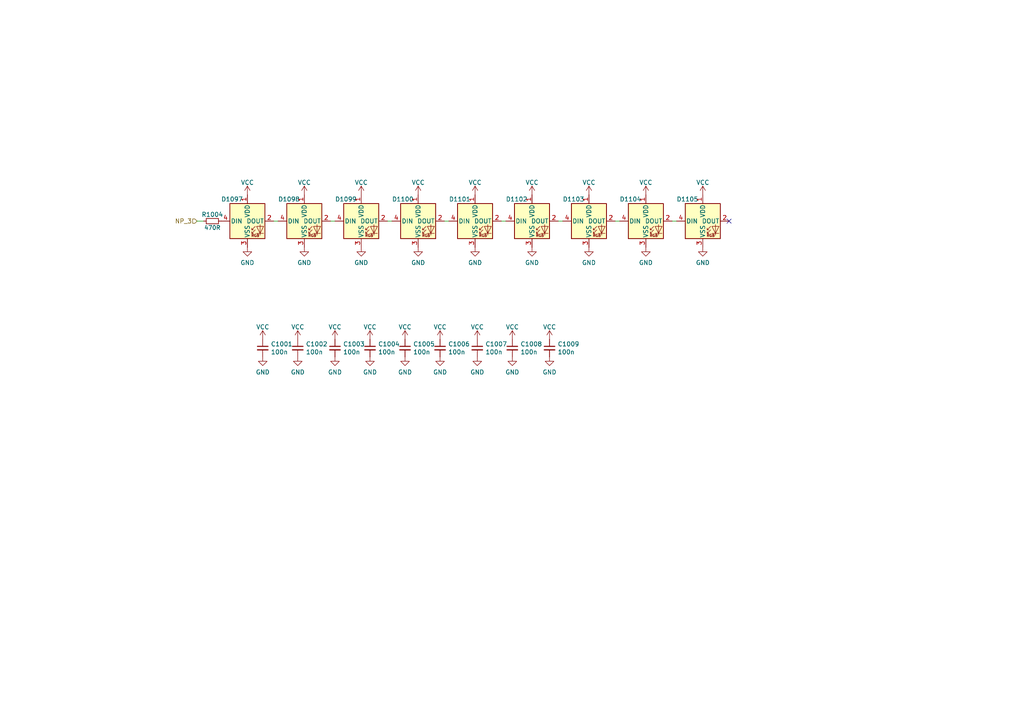
<source format=kicad_sch>
(kicad_sch (version 20230121) (generator eeschema)
  (paper "A4")
  (lib_symbols
    (symbol "Device:C_Small" (pin_numbers hide) (pin_names (offset 0.254) hide)
      (property "Reference" "C" (at 0.254 1.778 0))
      (property "Value" "C_Small" (at 0.254 -2.032 0))
      (symbol "C_Small_0_1"
        (polyline (pts (xy -1.524 -0.508) (xy 1.524 -0.508)) (stroke (width 0.3302)))
        (polyline (pts (xy -1.524 0.508) (xy 1.524 0.508)) (stroke (width 0.3048)))
      )
      (symbol "C_Small_1_1"
        (pin passive line (at 0 2.54 270) (length 2.032) (name "~") (number "1"))
        (pin passive line (at 0 -2.54 90) (length 2.032) (name "~") (number "2"))
      )
    )
    (symbol "Device:R_Small" (pin_numbers hide) (pin_names (offset 0.254) hide)
      (property "Reference" "R" (at 0.762 0.508 0))
      (property "Value" "R_Small" (at 0.762 -1.016 0))
      (symbol "R_Small_0_1"
        (rectangle (start -0.762 1.778) (end 0.762 -1.778) (stroke (width 0.2032)))
      )
      (symbol "R_Small_1_1"
        (pin passive line (at 0 2.54 270) (length 0.762) (name "~") (number "1"))
        (pin passive line (at 0 -2.54 90) (length 0.762) (name "~") (number "2"))
      )
    )
    (symbol "LED:WS2812B" (pin_names (offset 0.254))
      (property "Reference" "D" (at 5.08 5.715 0))
      (property "Value" "WS2812B" (at 1.27 -5.715 0))
      (symbol "WS2812B_0_0"
        (text "RGB" (at 2.286 -4.191 0) (effects (font (size 0.762 0.762))))
      )
      (symbol "WS2812B_0_1"
        (polyline (pts (xy 1.27 -3.556) (xy 1.778 -3.556)))
        (polyline (pts (xy 1.27 -2.54) (xy 1.778 -2.54)))
        (polyline (pts (xy 4.699 -3.556) (xy 2.667 -3.556)))
        (polyline (pts (xy 2.286 -2.54) (xy 1.27 -3.556) (xy 1.27 -3.048)))
        (polyline (pts (xy 2.286 -1.524) (xy 1.27 -2.54) (xy 1.27 -2.032)))
        (polyline (pts (xy 3.683 -1.016) (xy 3.683 -3.556) (xy 3.683 -4.064)))
        (polyline (pts (xy 4.699 -1.524) (xy 2.667 -1.524) (xy 3.683 -3.556) (xy 4.699 -1.524)))
        (rectangle (start 5.08 5.08) (end -5.08 -5.08) (stroke (width 0.254)) (fill (type background)))
      )
      (symbol "WS2812B_1_1"
        (pin power_in line (at 0 7.62 270) (length 2.54) (name "VDD") (number "1"))
        (pin output line (at 7.62 0 180) (length 2.54) (name "DOUT") (number "2"))
        (pin power_in line (at 0 -7.62 90) (length 2.54) (name "VSS") (number "3"))
        (pin input line (at -7.62 0 0) (length 2.54) (name "DIN") (number "4"))
      )
    )
    (symbol "power:GND" (power) (pin_names (offset 0))
      (property "Value" "GND" (at 0 -3.81 0))
      (symbol "GND_0_1"
        (polyline (pts (xy 0 0) (xy 0 -1.27) (xy 1.27 -1.27) (xy 0 -2.54) (xy -1.27 -1.27) (xy 0 -1.27)))
      )
      (symbol "GND_1_1"
        (pin power_in line (at 0 0 270) (length 0) hide (name "GND") (number "1"))
      )
    )
    (symbol "power:VCC" (power) (pin_names (offset 0))
      (property "Value" "VCC" (at 0 3.81 0))
      (symbol "VCC_0_1"
        (polyline (pts (xy -0.762 1.27) (xy 0 2.54)))
        (polyline (pts (xy 0 0) (xy 0 2.54)))
        (polyline (pts (xy 0 2.54) (xy 0.762 1.27)))
      )
      (symbol "VCC_1_1"
        (pin power_in line (at 0 0 90) (length 0) hide (name "VCC") (number "1"))
      )
    )
  )
  (no_connect (at 211.455 64.135))
  (wire (pts (xy 79.375 64.135) (xy 80.645 64.135)))
  (wire (pts (xy 194.945 64.135) (xy 196.215 64.135)))
  (wire (pts (xy 161.925 64.135) (xy 163.195 64.135)))
  (wire (pts (xy 112.395 64.135) (xy 113.665 64.135)))
  (wire (pts (xy 128.905 64.135) (xy 130.175 64.135)))
  (wire (pts (xy 178.435 64.135) (xy 179.705 64.135)))
  (wire (pts (xy 145.415 64.135) (xy 146.685 64.135)))
  (wire (pts (xy 57.15 64.135) (xy 59.055 64.135)))
  (wire (pts (xy 95.885 64.135) (xy 97.155 64.135)))
  (hierarchical_label "NP_3" (shape input) (at 57.15 64.135 180))
  (symbol (lib_id "power:VCC") (at 159.385 98.425 0) (unit 1)
    (property "Reference" "#PWR01219" (effects hide))
    (property "Value" "VCC" (at 159.385 94.8492 0))
  )
  (symbol (lib_id "Device:C_Small") (at 159.385 100.965 0) (unit 1)
    (property "Reference" "C1009" (at 161.7218 99.7966 0) (effects (justify left)))
    (property "Value" "100n" (at 161.7218 102.108 0) (effects (justify left)))
    (property "Footprint" "Capacitor_SMD:C_0603_1608Metric" (effects hide))
    (property "U labosu?" "ne" (effects hide))
    (property "JLCPCB Part #" "C113803" (effects hide))
  )
  (symbol (lib_id "Device:C_Small") (at 117.475 100.965 0) (unit 1)
    (property "Reference" "C1005" (at 119.8118 99.7966 0) (effects (justify left)))
    (property "Value" "100n" (at 119.8118 102.108 0) (effects (justify left)))
    (property "Footprint" "Capacitor_SMD:C_0603_1608Metric" (effects hide))
    (property "U labosu?" "ne" (effects hide))
    (property "JLCPCB Part #" "C113803" (effects hide))
  )
  (symbol (lib_id "power:VCC") (at 76.2 98.425 0) (unit 1)
    (property "Reference" "#PWR01211" (effects hide))
    (property "Value" "VCC" (at 76.2 94.8492 0))
  )
  (symbol (lib_id "power:VCC") (at 170.815 56.515 0) (unit 1)
    (property "Reference" "#PWR01199" (effects hide))
    (property "Value" "VCC" (at 170.815 52.9392 0))
  )
  (symbol (lib_id "power:GND") (at 117.475 103.505 0) (unit 1)
    (property "Reference" "#PWR01224" (effects hide))
    (property "Value" "GND" (at 117.475 107.9484 0))
  )
  (symbol (lib_id "power:GND") (at 187.325 71.755 0) (unit 1)
    (property "Reference" "#PWR01209" (effects hide))
    (property "Value" "GND" (at 187.325 76.1984 0))
  )
  (symbol (lib_id "power:VCC") (at 121.285 56.515 0) (unit 1)
    (property "Reference" "#PWR01196" (effects hide))
    (property "Value" "VCC" (at 121.285 52.9392 0))
  )
  (symbol (lib_id "Device:C_Small") (at 86.36 100.965 0) (unit 1)
    (property "Reference" "C1002" (at 88.6968 99.7966 0) (effects (justify left)))
    (property "Value" "100n" (at 88.6968 102.108 0) (effects (justify left)))
    (property "Footprint" "Capacitor_SMD:C_0603_1608Metric" (effects hide))
    (property "U labosu?" "ne" (effects hide))
    (property "JLCPCB Part #" "C113803" (effects hide))
  )
  (symbol (lib_id "LED:WS2812B") (at 170.815 64.135 0) (unit 1)
    (property "Reference" "D1103" (at 166.37 57.785 0))
    (property "Value" "WS2812B" (effects hide))
    (property "Footprint" "Footprints:WS2812-mini" (effects hide))
    (property "Datasheet" "https://cdn-shop.adafruit.com/datasheets/WS2812B.pdf" (effects hide))
    (property "JLCPCB Part #" "C527089" (effects hide))
    (property "U labosu?" "ne" (effects hide))
  )
  (symbol (lib_id "power:VCC") (at 148.59 98.425 0) (unit 1)
    (property "Reference" "#PWR01218" (effects hide))
    (property "Value" "VCC" (at 148.59 94.8492 0))
  )
  (symbol (lib_id "power:VCC") (at 71.755 56.515 0) (unit 1)
    (property "Reference" "#PWR01169" (effects hide))
    (property "Value" "VCC" (at 71.755 52.9392 0))
  )
  (symbol (lib_id "power:GND") (at 88.265 71.755 0) (unit 1)
    (property "Reference" "#PWR01203" (effects hide))
    (property "Value" "GND" (at 88.265 76.1984 0))
  )
  (symbol (lib_id "power:VCC") (at 86.36 98.425 0) (unit 1)
    (property "Reference" "#PWR01212" (effects hide))
    (property "Value" "VCC" (at 86.36 94.8492 0))
  )
  (symbol (lib_id "LED:WS2812B") (at 121.285 64.135 0) (unit 1)
    (property "Reference" "D1100" (at 116.84 57.785 0))
    (property "Value" "WS2812B" (effects hide))
    (property "Footprint" "Footprints:WS2812-mini" (effects hide))
    (property "Datasheet" "https://cdn-shop.adafruit.com/datasheets/WS2812B.pdf" (effects hide))
    (property "JLCPCB Part #" "C527089" (effects hide))
    (property "U labosu?" "ne" (effects hide))
  )
  (symbol (lib_id "power:GND") (at 127.635 103.505 0) (unit 1)
    (property "Reference" "#PWR01225" (effects hide))
    (property "Value" "GND" (at 127.635 107.9484 0))
  )
  (symbol (lib_id "Device:R_Small") (at 61.595 64.135 90) (unit 1)
    (property "Reference" "R1004" (at 61.595 62.23 90))
    (property "Value" "470R" (at 61.595 66.04 90) (effects (font (size 1.2 1.2))))
    (property "Footprint" "Resistor_SMD:R_0603_1608Metric" (effects hide))
    (property "U labosu?" "da" (effects hide))
  )
  (symbol (lib_id "power:GND") (at 121.285 71.755 0) (unit 1)
    (property "Reference" "#PWR01205" (effects hide))
    (property "Value" "GND" (at 121.285 76.1984 0))
  )
  (symbol (lib_id "LED:WS2812B") (at 88.265 64.135 0) (unit 1)
    (property "Reference" "D1098" (at 83.82 57.785 0))
    (property "Value" "WS2812B" (effects hide))
    (property "Footprint" "Footprints:WS2812-mini" (effects hide))
    (property "Datasheet" "https://cdn-shop.adafruit.com/datasheets/WS2812B.pdf" (effects hide))
    (property "JLCPCB Part #" "C527089" (effects hide))
    (property "U labosu?" "ne" (effects hide))
  )
  (symbol (lib_id "power:VCC") (at 88.265 56.515 0) (unit 1)
    (property "Reference" "#PWR01170" (effects hide))
    (property "Value" "VCC" (at 88.265 52.9392 0))
  )
  (symbol (lib_id "power:GND") (at 86.36 103.505 0) (unit 1)
    (property "Reference" "#PWR01221" (effects hide))
    (property "Value" "GND" (at 86.36 107.9484 0))
  )
  (symbol (lib_id "power:VCC") (at 137.795 56.515 0) (unit 1)
    (property "Reference" "#PWR01197" (effects hide))
    (property "Value" "VCC" (at 137.795 52.9392 0))
  )
  (symbol (lib_id "Device:C_Small") (at 76.2 100.965 0) (unit 1)
    (property "Reference" "C1001" (at 78.5368 99.7966 0) (effects (justify left)))
    (property "Value" "100n" (at 78.5368 102.108 0) (effects (justify left)))
    (property "Footprint" "Capacitor_SMD:C_0603_1608Metric" (effects hide))
    (property "U labosu?" "ne" (effects hide))
    (property "JLCPCB Part #" "C113803" (effects hide))
  )
  (symbol (lib_id "power:VCC") (at 117.475 98.425 0) (unit 1)
    (property "Reference" "#PWR01215" (effects hide))
    (property "Value" "VCC" (at 117.475 94.8492 0))
  )
  (symbol (lib_id "LED:WS2812B") (at 137.795 64.135 0) (unit 1)
    (property "Reference" "D1101" (at 133.35 57.785 0))
    (property "Value" "WS2812B" (effects hide))
    (property "Footprint" "Footprints:WS2812-mini" (effects hide))
    (property "Datasheet" "https://cdn-shop.adafruit.com/datasheets/WS2812B.pdf" (effects hide))
    (property "JLCPCB Part #" "C527089" (effects hide))
    (property "U labosu?" "ne" (effects hide))
  )
  (symbol (lib_id "Device:C_Small") (at 148.59 100.965 0) (unit 1)
    (property "Reference" "C1008" (at 150.9268 99.7966 0) (effects (justify left)))
    (property "Value" "100n" (at 150.9268 102.108 0) (effects (justify left)))
    (property "Footprint" "Capacitor_SMD:C_0603_1608Metric" (effects hide))
    (property "U labosu?" "ne" (effects hide))
    (property "JLCPCB Part #" "C113803" (effects hide))
  )
  (symbol (lib_id "power:VCC") (at 104.775 56.515 0) (unit 1)
    (property "Reference" "#PWR01195" (effects hide))
    (property "Value" "VCC" (at 104.775 52.9392 0))
  )
  (symbol (lib_id "LED:WS2812B") (at 203.835 64.135 0) (unit 1)
    (property "Reference" "D1105" (at 199.39 57.785 0))
    (property "Value" "WS2812B" (effects hide))
    (property "Footprint" "Footprints:WS2812-mini" (effects hide))
    (property "Datasheet" "https://cdn-shop.adafruit.com/datasheets/WS2812B.pdf" (effects hide))
    (property "JLCPCB Part #" "C527089" (effects hide))
    (property "U labosu?" "ne" (effects hide))
  )
  (symbol (lib_id "power:GND") (at 203.835 71.755 0) (unit 1)
    (property "Reference" "#PWR01210" (effects hide))
    (property "Value" "GND" (at 203.835 76.1984 0))
  )
  (symbol (lib_id "power:VCC") (at 154.305 56.515 0) (unit 1)
    (property "Reference" "#PWR01198" (effects hide))
    (property "Value" "VCC" (at 154.305 52.9392 0))
  )
  (symbol (lib_id "power:GND") (at 104.775 71.755 0) (unit 1)
    (property "Reference" "#PWR01204" (effects hide))
    (property "Value" "GND" (at 104.775 76.1984 0))
  )
  (symbol (lib_id "power:GND") (at 148.59 103.505 0) (unit 1)
    (property "Reference" "#PWR01227" (effects hide))
    (property "Value" "GND" (at 148.59 107.9484 0))
  )
  (symbol (lib_id "power:VCC") (at 138.43 98.425 0) (unit 1)
    (property "Reference" "#PWR01217" (effects hide))
    (property "Value" "VCC" (at 138.43 94.8492 0))
  )
  (symbol (lib_id "power:VCC") (at 127.635 98.425 0) (unit 1)
    (property "Reference" "#PWR01216" (effects hide))
    (property "Value" "VCC" (at 127.635 94.8492 0))
  )
  (symbol (lib_id "power:GND") (at 97.155 103.505 0) (unit 1)
    (property "Reference" "#PWR01222" (effects hide))
    (property "Value" "GND" (at 97.155 107.9484 0))
  )
  (symbol (lib_id "power:VCC") (at 107.315 98.425 0) (unit 1)
    (property "Reference" "#PWR01214" (effects hide))
    (property "Value" "VCC" (at 107.315 94.8492 0))
  )
  (symbol (lib_id "power:GND") (at 138.43 103.505 0) (unit 1)
    (property "Reference" "#PWR01226" (effects hide))
    (property "Value" "GND" (at 138.43 107.9484 0))
  )
  (symbol (lib_id "power:GND") (at 71.755 71.755 0) (unit 1)
    (property "Reference" "#PWR01202" (effects hide))
    (property "Value" "GND" (at 71.755 76.1984 0))
  )
  (symbol (lib_id "power:GND") (at 159.385 103.505 0) (unit 1)
    (property "Reference" "#PWR01228" (effects hide))
    (property "Value" "GND" (at 159.385 107.9484 0))
  )
  (symbol (lib_id "Device:C_Small") (at 127.635 100.965 0) (unit 1)
    (property "Reference" "C1006" (at 129.9718 99.7966 0) (effects (justify left)))
    (property "Value" "100n" (at 129.9718 102.108 0) (effects (justify left)))
    (property "Footprint" "Capacitor_SMD:C_0603_1608Metric" (effects hide))
    (property "U labosu?" "ne" (effects hide))
    (property "JLCPCB Part #" "C113803" (effects hide))
  )
  (symbol (lib_id "power:GND") (at 137.795 71.755 0) (unit 1)
    (property "Reference" "#PWR01206" (effects hide))
    (property "Value" "GND" (at 137.795 76.1984 0))
  )
  (symbol (lib_id "power:GND") (at 154.305 71.755 0) (unit 1)
    (property "Reference" "#PWR01207" (effects hide))
    (property "Value" "GND" (at 154.305 76.1984 0))
  )
  (symbol (lib_id "LED:WS2812B") (at 104.775 64.135 0) (unit 1)
    (property "Reference" "D1099" (at 100.33 57.785 0))
    (property "Value" "WS2812B" (effects hide))
    (property "Footprint" "Footprints:WS2812-mini" (effects hide))
    (property "Datasheet" "https://cdn-shop.adafruit.com/datasheets/WS2812B.pdf" (effects hide))
    (property "JLCPCB Part #" "C527089" (effects hide))
    (property "U labosu?" "ne" (effects hide))
  )
  (symbol (lib_id "power:GND") (at 170.815 71.755 0) (unit 1)
    (property "Reference" "#PWR01208" (effects hide))
    (property "Value" "GND" (at 170.815 76.1984 0))
  )
  (symbol (lib_id "LED:WS2812B") (at 154.305 64.135 0) (unit 1)
    (property "Reference" "D1102" (at 149.86 57.785 0))
    (property "Value" "WS2812B" (effects hide))
    (property "Footprint" "Footprints:WS2812-mini" (effects hide))
    (property "Datasheet" "https://cdn-shop.adafruit.com/datasheets/WS2812B.pdf" (effects hide))
    (property "JLCPCB Part #" "C527089" (effects hide))
    (property "U labosu?" "ne" (effects hide))
  )
  (symbol (lib_id "Device:C_Small") (at 107.315 100.965 0) (unit 1)
    (property "Reference" "C1004" (at 109.6518 99.7966 0) (effects (justify left)))
    (property "Value" "100n" (at 109.6518 102.108 0) (effects (justify left)))
    (property "Footprint" "Capacitor_SMD:C_0603_1608Metric" (effects hide))
    (property "U labosu?" "ne" (effects hide))
    (property "JLCPCB Part #" "C113803" (effects hide))
  )
  (symbol (lib_id "LED:WS2812B") (at 187.325 64.135 0) (unit 1)
    (property "Reference" "D1104" (at 182.88 57.785 0))
    (property "Value" "WS2812B" (effects hide))
    (property "Footprint" "Footprints:WS2812-mini" (effects hide))
    (property "Datasheet" "https://cdn-shop.adafruit.com/datasheets/WS2812B.pdf" (effects hide))
    (property "JLCPCB Part #" "C527089" (effects hide))
    (property "U labosu?" "ne" (effects hide))
  )
  (symbol (lib_id "power:VCC") (at 187.325 56.515 0) (unit 1)
    (property "Reference" "#PWR01200" (effects hide))
    (property "Value" "VCC" (at 187.325 52.9392 0))
  )
  (symbol (lib_id "power:GND") (at 76.2 103.505 0) (unit 1)
    (property "Reference" "#PWR01220" (effects hide))
    (property "Value" "GND" (at 76.2 107.9484 0))
  )
  (symbol (lib_id "LED:WS2812B") (at 71.755 64.135 0) (unit 1)
    (property "Reference" "D1097" (at 67.31 57.785 0))
    (property "Value" "WS2812B" (effects hide))
    (property "Footprint" "Footprints:WS2812-mini" (effects hide))
    (property "Datasheet" "https://cdn-shop.adafruit.com/datasheets/WS2812B.pdf" (effects hide))
    (property "JLCPCB Part #" "C527089" (effects hide))
    (property "U labosu?" "ne" (effects hide))
  )
  (symbol (lib_id "power:VCC") (at 97.155 98.425 0) (unit 1)
    (property "Reference" "#PWR01213" (effects hide))
    (property "Value" "VCC" (at 97.155 94.8492 0))
  )
  (symbol (lib_id "power:GND") (at 107.315 103.505 0) (unit 1)
    (property "Reference" "#PWR01223" (effects hide))
    (property "Value" "GND" (at 107.315 107.9484 0))
  )
  (symbol (lib_id "power:VCC") (at 203.835 56.515 0) (unit 1)
    (property "Reference" "#PWR01201" (effects hide))
    (property "Value" "VCC" (at 203.835 52.9392 0))
  )
  (symbol (lib_id "Device:C_Small") (at 97.155 100.965 0) (unit 1)
    (property "Reference" "C1003" (at 99.4918 99.7966 0) (effects (justify left)))
    (property "Value" "100n" (at 99.4918 102.108 0) (effects (justify left)))
    (property "Footprint" "Capacitor_SMD:C_0603_1608Metric" (effects hide))
    (property "U labosu?" "ne" (effects hide))
    (property "JLCPCB Part #" "C113803" (effects hide))
  )
  (symbol (lib_id "Device:C_Small") (at 138.43 100.965 0) (unit 1)
    (property "Reference" "C1007" (at 140.7668 99.7966 0) (effects (justify left)))
    (property "Value" "100n" (at 140.7668 102.108 0) (effects (justify left)))
    (property "Footprint" "Capacitor_SMD:C_0603_1608Metric" (effects hide))
    (property "U labosu?" "ne" (effects hide))
    (property "JLCPCB Part #" "C113803" (effects hide))
  )
)
</source>
